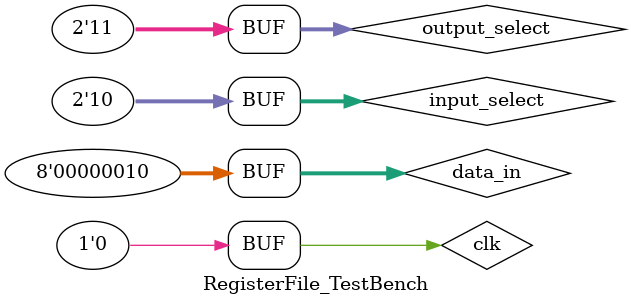
<source format=v>
/*
Title       : RegisterFile_TestBench.v
Author      : Nathaniel Therrien
Description : A testbench for the RegisterFile module.
*/

module RegisterFile_TestBench();
    // Testbench Variables
    reg [7:0] data_in;
    reg [1:0] input_select;
    wire [7:0] data_out;
    reg [1:0] output_select;
    reg clk;

    RegisterFile uut1 (.I(data_in), .IS(input_select), .Q(data_out), .QS(output_select), .clock(clk));

    initial begin
        // Monitor Format
        $monitor("%t : \nInput : %b\nInput Select : %b\nOutput : %b\nOutput Select : %b\nClock : %b", $time, data_in, input_select, data_out, output_select, clk);

        // HERE'S THE BIG ONE
        data_in = 1; input_select = 1; output_select = 1; clk = 0;
        #10;
        data_in = 1; input_select = 1; output_select = 1; clk = 1;
        #10;
        data_in = 2; input_select = 2; output_select = 2; clk = 0;
        #10;
        data_in = 2; input_select = 2; output_select = 2; clk = 1;
        #10;
        data_in = 3; input_select = 3; output_select = 3; clk = 0;
        #10;
        data_in = 3; input_select = 3; output_select = 3; clk = 1;
        #10;
        data_in = 2; input_select = 2; output_select = 1; clk = 0;
        #10;
        data_in = 2; input_select = 2; output_select = 2; clk = 1;
        #10;
        data_in = 2; input_select = 2; output_select = 3; clk = 0;
        #10;
    end

endmodule

</source>
